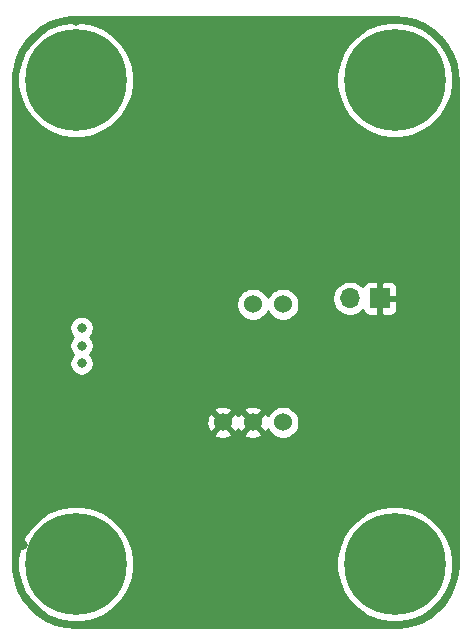
<source format=gbr>
G04 #@! TF.GenerationSoftware,KiCad,Pcbnew,5.1.6-c6e7f7d~87~ubuntu18.04.1*
G04 #@! TF.CreationDate,2021-01-11T12:45:55+00:00*
G04 #@! TF.ProjectId,vary_resistance,76617279-5f72-4657-9369-7374616e6365,rev?*
G04 #@! TF.SameCoordinates,Original*
G04 #@! TF.FileFunction,Copper,L2,Inr*
G04 #@! TF.FilePolarity,Positive*
%FSLAX46Y46*%
G04 Gerber Fmt 4.6, Leading zero omitted, Abs format (unit mm)*
G04 Created by KiCad (PCBNEW 5.1.6-c6e7f7d~87~ubuntu18.04.1) date 2021-01-11 12:45:55*
%MOMM*%
%LPD*%
G01*
G04 APERTURE LIST*
G04 #@! TA.AperFunction,ViaPad*
%ADD10C,0.900000*%
G04 #@! TD*
G04 #@! TA.AperFunction,ViaPad*
%ADD11C,8.600000*%
G04 #@! TD*
G04 #@! TA.AperFunction,ViaPad*
%ADD12O,1.700000X1.700000*%
G04 #@! TD*
G04 #@! TA.AperFunction,ViaPad*
%ADD13R,1.700000X1.700000*%
G04 #@! TD*
G04 #@! TA.AperFunction,ViaPad*
%ADD14C,1.524000*%
G04 #@! TD*
G04 #@! TA.AperFunction,ViaPad*
%ADD15C,0.800000*%
G04 #@! TD*
G04 #@! TA.AperFunction,Conductor*
%ADD16C,0.254000*%
G04 #@! TD*
G04 APERTURE END LIST*
D10*
X169280419Y-94719581D03*
X167000000Y-93775000D03*
X164719581Y-94719581D03*
X163775000Y-97000000D03*
X164719581Y-99280419D03*
X167000000Y-100225000D03*
X169280419Y-99280419D03*
X170225000Y-97000000D03*
D11*
X167000000Y-97000000D03*
D10*
X196280419Y-94719581D03*
X194000000Y-93775000D03*
X191719581Y-94719581D03*
X190775000Y-97000000D03*
X191719581Y-99280419D03*
X194000000Y-100225000D03*
X196280419Y-99280419D03*
X197225000Y-97000000D03*
D11*
X194000000Y-97000000D03*
D12*
X190210000Y-74500000D03*
D13*
X192750000Y-74500000D03*
D14*
X184540000Y-75000000D03*
X182000000Y-75000000D03*
X184540000Y-85000000D03*
X182000000Y-85000000D03*
X179460000Y-85000000D03*
D10*
X169280419Y-53719581D03*
X167000000Y-52775000D03*
X164719581Y-53719581D03*
X163775000Y-56000000D03*
X164719581Y-58280419D03*
X167000000Y-59225000D03*
X169280419Y-58280419D03*
X170225000Y-56000000D03*
D11*
X167000000Y-56000000D03*
D10*
X196280419Y-53719581D03*
X194000000Y-52775000D03*
X191719581Y-53719581D03*
X190775000Y-56000000D03*
X191719581Y-58280419D03*
X194000000Y-59225000D03*
X196280419Y-58280419D03*
X197225000Y-56000000D03*
D11*
X194000000Y-56000000D03*
D15*
X180000000Y-101000000D03*
X176000000Y-101000000D03*
X174000000Y-101000000D03*
X178000000Y-101000000D03*
X172000000Y-101000000D03*
X184000000Y-101000000D03*
X182000000Y-101000000D03*
X186000000Y-101000000D03*
X188000000Y-101000000D03*
X162500000Y-91370000D03*
X162500000Y-95370000D03*
X162500000Y-93370000D03*
X162500000Y-85500000D03*
X162500000Y-89370000D03*
X162500000Y-87370000D03*
X199000000Y-75000000D03*
X199000000Y-77000000D03*
X199000000Y-79000000D03*
X199000000Y-73000000D03*
X199000000Y-61000000D03*
X199000000Y-59000000D03*
X190000000Y-51000000D03*
X171000000Y-51000000D03*
X173000000Y-51000000D03*
X167000000Y-51000000D03*
X169000000Y-51000000D03*
X163000000Y-60000000D03*
X163000000Y-62000000D03*
X163000000Y-64000000D03*
X163000000Y-66000000D03*
X163000000Y-70000000D03*
X163000000Y-68000000D03*
X192000000Y-51000000D03*
X199000000Y-81000000D03*
X199000000Y-91000000D03*
X188000000Y-51000000D03*
X186000000Y-51000000D03*
X199000000Y-71000000D03*
X199000000Y-69000000D03*
X199000000Y-67000000D03*
X199000000Y-65000000D03*
X199000000Y-63000000D03*
X172000000Y-64500000D03*
X167750000Y-74250000D03*
X167750000Y-82750000D03*
X176000000Y-74500000D03*
X176250000Y-76500000D03*
X179500000Y-71500000D03*
X182000000Y-80500000D03*
X193500000Y-80750000D03*
X193500000Y-89250000D03*
X192250000Y-78250000D03*
X173750000Y-52500000D03*
X189750000Y-91250000D03*
X190750000Y-91250000D03*
X199000000Y-92750000D03*
X167500000Y-77000000D03*
X167500000Y-78500000D03*
X167500000Y-80000000D03*
D16*
G36*
X194871797Y-50733902D02*
G01*
X195720182Y-50947001D01*
X196522371Y-51295803D01*
X197256818Y-51770938D01*
X197903798Y-52359646D01*
X198445946Y-53046125D01*
X198868692Y-53811928D01*
X199160684Y-54636491D01*
X199316116Y-55509076D01*
X199340001Y-56015568D01*
X199340000Y-96972911D01*
X199266098Y-97871802D01*
X199052999Y-98720180D01*
X198704197Y-99522371D01*
X198229062Y-100256818D01*
X197640354Y-100903799D01*
X196953875Y-101445946D01*
X196188076Y-101868691D01*
X195363514Y-102160683D01*
X194490925Y-102316116D01*
X193984453Y-102340000D01*
X167027089Y-102340000D01*
X166128198Y-102266098D01*
X165279820Y-102052999D01*
X164477629Y-101704197D01*
X163743182Y-101229062D01*
X163096201Y-100640354D01*
X162554054Y-99953875D01*
X162131309Y-99188076D01*
X161839317Y-98363514D01*
X161683884Y-97490925D01*
X161660000Y-96984453D01*
X161660000Y-96513945D01*
X162065000Y-96513945D01*
X162065000Y-97486055D01*
X162254650Y-98439486D01*
X162626660Y-99337599D01*
X163166735Y-100145879D01*
X163854121Y-100833265D01*
X164662401Y-101373340D01*
X165560514Y-101745350D01*
X166513945Y-101935000D01*
X167486055Y-101935000D01*
X168439486Y-101745350D01*
X169337599Y-101373340D01*
X170145879Y-100833265D01*
X170833265Y-100145879D01*
X171373340Y-99337599D01*
X171745350Y-98439486D01*
X171935000Y-97486055D01*
X171935000Y-96513945D01*
X189065000Y-96513945D01*
X189065000Y-97486055D01*
X189254650Y-98439486D01*
X189626660Y-99337599D01*
X190166735Y-100145879D01*
X190854121Y-100833265D01*
X191662401Y-101373340D01*
X192560514Y-101745350D01*
X193513945Y-101935000D01*
X194486055Y-101935000D01*
X195439486Y-101745350D01*
X196337599Y-101373340D01*
X197145879Y-100833265D01*
X197833265Y-100145879D01*
X198373340Y-99337599D01*
X198745350Y-98439486D01*
X198935000Y-97486055D01*
X198935000Y-96513945D01*
X198745350Y-95560514D01*
X198373340Y-94662401D01*
X197833265Y-93854121D01*
X197145879Y-93166735D01*
X196337599Y-92626660D01*
X195439486Y-92254650D01*
X194486055Y-92065000D01*
X193513945Y-92065000D01*
X192560514Y-92254650D01*
X191662401Y-92626660D01*
X190854121Y-93166735D01*
X190166735Y-93854121D01*
X189626660Y-94662401D01*
X189254650Y-95560514D01*
X189065000Y-96513945D01*
X171935000Y-96513945D01*
X171745350Y-95560514D01*
X171373340Y-94662401D01*
X170833265Y-93854121D01*
X170145879Y-93166735D01*
X169337599Y-92626660D01*
X168439486Y-92254650D01*
X167486055Y-92065000D01*
X166513945Y-92065000D01*
X165560514Y-92254650D01*
X164662401Y-92626660D01*
X163854121Y-93166735D01*
X163166735Y-93854121D01*
X162626660Y-94662401D01*
X162254650Y-95560514D01*
X162065000Y-96513945D01*
X161660000Y-96513945D01*
X161660000Y-85965565D01*
X178674040Y-85965565D01*
X178741020Y-86205656D01*
X178990048Y-86322756D01*
X179257135Y-86389023D01*
X179532017Y-86401910D01*
X179804133Y-86360922D01*
X180063023Y-86267636D01*
X180178980Y-86205656D01*
X180245960Y-85965565D01*
X181214040Y-85965565D01*
X181281020Y-86205656D01*
X181530048Y-86322756D01*
X181797135Y-86389023D01*
X182072017Y-86401910D01*
X182344133Y-86360922D01*
X182603023Y-86267636D01*
X182718980Y-86205656D01*
X182785960Y-85965565D01*
X182000000Y-85179605D01*
X181214040Y-85965565D01*
X180245960Y-85965565D01*
X179460000Y-85179605D01*
X178674040Y-85965565D01*
X161660000Y-85965565D01*
X161660000Y-85072017D01*
X178058090Y-85072017D01*
X178099078Y-85344133D01*
X178192364Y-85603023D01*
X178254344Y-85718980D01*
X178494435Y-85785960D01*
X179280395Y-85000000D01*
X179639605Y-85000000D01*
X180425565Y-85785960D01*
X180665656Y-85718980D01*
X180727079Y-85588356D01*
X180732364Y-85603023D01*
X180794344Y-85718980D01*
X181034435Y-85785960D01*
X181820395Y-85000000D01*
X182179605Y-85000000D01*
X182965565Y-85785960D01*
X183205656Y-85718980D01*
X183269485Y-85583240D01*
X183301995Y-85661727D01*
X183454880Y-85890535D01*
X183649465Y-86085120D01*
X183878273Y-86238005D01*
X184132510Y-86343314D01*
X184402408Y-86397000D01*
X184677592Y-86397000D01*
X184947490Y-86343314D01*
X185201727Y-86238005D01*
X185430535Y-86085120D01*
X185625120Y-85890535D01*
X185778005Y-85661727D01*
X185883314Y-85407490D01*
X185937000Y-85137592D01*
X185937000Y-84862408D01*
X185883314Y-84592510D01*
X185778005Y-84338273D01*
X185625120Y-84109465D01*
X185430535Y-83914880D01*
X185201727Y-83761995D01*
X184947490Y-83656686D01*
X184677592Y-83603000D01*
X184402408Y-83603000D01*
X184132510Y-83656686D01*
X183878273Y-83761995D01*
X183649465Y-83914880D01*
X183454880Y-84109465D01*
X183301995Y-84338273D01*
X183272308Y-84409943D01*
X183267636Y-84396977D01*
X183205656Y-84281020D01*
X182965565Y-84214040D01*
X182179605Y-85000000D01*
X181820395Y-85000000D01*
X181034435Y-84214040D01*
X180794344Y-84281020D01*
X180732921Y-84411644D01*
X180727636Y-84396977D01*
X180665656Y-84281020D01*
X180425565Y-84214040D01*
X179639605Y-85000000D01*
X179280395Y-85000000D01*
X178494435Y-84214040D01*
X178254344Y-84281020D01*
X178137244Y-84530048D01*
X178070977Y-84797135D01*
X178058090Y-85072017D01*
X161660000Y-85072017D01*
X161660000Y-84034435D01*
X178674040Y-84034435D01*
X179460000Y-84820395D01*
X180245960Y-84034435D01*
X181214040Y-84034435D01*
X182000000Y-84820395D01*
X182785960Y-84034435D01*
X182718980Y-83794344D01*
X182469952Y-83677244D01*
X182202865Y-83610977D01*
X181927983Y-83598090D01*
X181655867Y-83639078D01*
X181396977Y-83732364D01*
X181281020Y-83794344D01*
X181214040Y-84034435D01*
X180245960Y-84034435D01*
X180178980Y-83794344D01*
X179929952Y-83677244D01*
X179662865Y-83610977D01*
X179387983Y-83598090D01*
X179115867Y-83639078D01*
X178856977Y-83732364D01*
X178741020Y-83794344D01*
X178674040Y-84034435D01*
X161660000Y-84034435D01*
X161660000Y-76898061D01*
X166465000Y-76898061D01*
X166465000Y-77101939D01*
X166504774Y-77301898D01*
X166582795Y-77490256D01*
X166696063Y-77659774D01*
X166786289Y-77750000D01*
X166696063Y-77840226D01*
X166582795Y-78009744D01*
X166504774Y-78198102D01*
X166465000Y-78398061D01*
X166465000Y-78601939D01*
X166504774Y-78801898D01*
X166582795Y-78990256D01*
X166696063Y-79159774D01*
X166786289Y-79250000D01*
X166696063Y-79340226D01*
X166582795Y-79509744D01*
X166504774Y-79698102D01*
X166465000Y-79898061D01*
X166465000Y-80101939D01*
X166504774Y-80301898D01*
X166582795Y-80490256D01*
X166696063Y-80659774D01*
X166840226Y-80803937D01*
X167009744Y-80917205D01*
X167198102Y-80995226D01*
X167398061Y-81035000D01*
X167601939Y-81035000D01*
X167801898Y-80995226D01*
X167990256Y-80917205D01*
X168159774Y-80803937D01*
X168303937Y-80659774D01*
X168417205Y-80490256D01*
X168495226Y-80301898D01*
X168535000Y-80101939D01*
X168535000Y-79898061D01*
X168495226Y-79698102D01*
X168417205Y-79509744D01*
X168303937Y-79340226D01*
X168213711Y-79250000D01*
X168303937Y-79159774D01*
X168417205Y-78990256D01*
X168495226Y-78801898D01*
X168535000Y-78601939D01*
X168535000Y-78398061D01*
X168495226Y-78198102D01*
X168417205Y-78009744D01*
X168303937Y-77840226D01*
X168213711Y-77750000D01*
X168303937Y-77659774D01*
X168417205Y-77490256D01*
X168495226Y-77301898D01*
X168535000Y-77101939D01*
X168535000Y-76898061D01*
X168495226Y-76698102D01*
X168417205Y-76509744D01*
X168303937Y-76340226D01*
X168159774Y-76196063D01*
X167990256Y-76082795D01*
X167801898Y-76004774D01*
X167601939Y-75965000D01*
X167398061Y-75965000D01*
X167198102Y-76004774D01*
X167009744Y-76082795D01*
X166840226Y-76196063D01*
X166696063Y-76340226D01*
X166582795Y-76509744D01*
X166504774Y-76698102D01*
X166465000Y-76898061D01*
X161660000Y-76898061D01*
X161660000Y-74862408D01*
X180603000Y-74862408D01*
X180603000Y-75137592D01*
X180656686Y-75407490D01*
X180761995Y-75661727D01*
X180914880Y-75890535D01*
X181109465Y-76085120D01*
X181338273Y-76238005D01*
X181592510Y-76343314D01*
X181862408Y-76397000D01*
X182137592Y-76397000D01*
X182407490Y-76343314D01*
X182661727Y-76238005D01*
X182890535Y-76085120D01*
X183085120Y-75890535D01*
X183238005Y-75661727D01*
X183270000Y-75584485D01*
X183301995Y-75661727D01*
X183454880Y-75890535D01*
X183649465Y-76085120D01*
X183878273Y-76238005D01*
X184132510Y-76343314D01*
X184402408Y-76397000D01*
X184677592Y-76397000D01*
X184947490Y-76343314D01*
X185201727Y-76238005D01*
X185430535Y-76085120D01*
X185625120Y-75890535D01*
X185778005Y-75661727D01*
X185883314Y-75407490D01*
X185937000Y-75137592D01*
X185937000Y-74862408D01*
X185883314Y-74592510D01*
X185784412Y-74353740D01*
X188725000Y-74353740D01*
X188725000Y-74646260D01*
X188782068Y-74933158D01*
X188894010Y-75203411D01*
X189056525Y-75446632D01*
X189263368Y-75653475D01*
X189506589Y-75815990D01*
X189776842Y-75927932D01*
X190063740Y-75985000D01*
X190356260Y-75985000D01*
X190643158Y-75927932D01*
X190913411Y-75815990D01*
X191156632Y-75653475D01*
X191288487Y-75521620D01*
X191310498Y-75594180D01*
X191369463Y-75704494D01*
X191448815Y-75801185D01*
X191545506Y-75880537D01*
X191655820Y-75939502D01*
X191775518Y-75975812D01*
X191900000Y-75988072D01*
X192464250Y-75985000D01*
X192623000Y-75826250D01*
X192623000Y-74627000D01*
X192877000Y-74627000D01*
X192877000Y-75826250D01*
X193035750Y-75985000D01*
X193600000Y-75988072D01*
X193724482Y-75975812D01*
X193844180Y-75939502D01*
X193954494Y-75880537D01*
X194051185Y-75801185D01*
X194130537Y-75704494D01*
X194189502Y-75594180D01*
X194225812Y-75474482D01*
X194238072Y-75350000D01*
X194235000Y-74785750D01*
X194076250Y-74627000D01*
X192877000Y-74627000D01*
X192623000Y-74627000D01*
X192603000Y-74627000D01*
X192603000Y-74373000D01*
X192623000Y-74373000D01*
X192623000Y-73173750D01*
X192877000Y-73173750D01*
X192877000Y-74373000D01*
X194076250Y-74373000D01*
X194235000Y-74214250D01*
X194238072Y-73650000D01*
X194225812Y-73525518D01*
X194189502Y-73405820D01*
X194130537Y-73295506D01*
X194051185Y-73198815D01*
X193954494Y-73119463D01*
X193844180Y-73060498D01*
X193724482Y-73024188D01*
X193600000Y-73011928D01*
X193035750Y-73015000D01*
X192877000Y-73173750D01*
X192623000Y-73173750D01*
X192464250Y-73015000D01*
X191900000Y-73011928D01*
X191775518Y-73024188D01*
X191655820Y-73060498D01*
X191545506Y-73119463D01*
X191448815Y-73198815D01*
X191369463Y-73295506D01*
X191310498Y-73405820D01*
X191288487Y-73478380D01*
X191156632Y-73346525D01*
X190913411Y-73184010D01*
X190643158Y-73072068D01*
X190356260Y-73015000D01*
X190063740Y-73015000D01*
X189776842Y-73072068D01*
X189506589Y-73184010D01*
X189263368Y-73346525D01*
X189056525Y-73553368D01*
X188894010Y-73796589D01*
X188782068Y-74066842D01*
X188725000Y-74353740D01*
X185784412Y-74353740D01*
X185778005Y-74338273D01*
X185625120Y-74109465D01*
X185430535Y-73914880D01*
X185201727Y-73761995D01*
X184947490Y-73656686D01*
X184677592Y-73603000D01*
X184402408Y-73603000D01*
X184132510Y-73656686D01*
X183878273Y-73761995D01*
X183649465Y-73914880D01*
X183454880Y-74109465D01*
X183301995Y-74338273D01*
X183270000Y-74415515D01*
X183238005Y-74338273D01*
X183085120Y-74109465D01*
X182890535Y-73914880D01*
X182661727Y-73761995D01*
X182407490Y-73656686D01*
X182137592Y-73603000D01*
X181862408Y-73603000D01*
X181592510Y-73656686D01*
X181338273Y-73761995D01*
X181109465Y-73914880D01*
X180914880Y-74109465D01*
X180761995Y-74338273D01*
X180656686Y-74592510D01*
X180603000Y-74862408D01*
X161660000Y-74862408D01*
X161660000Y-56027089D01*
X161702188Y-55513945D01*
X162065000Y-55513945D01*
X162065000Y-56486055D01*
X162254650Y-57439486D01*
X162626660Y-58337599D01*
X163166735Y-59145879D01*
X163854121Y-59833265D01*
X164662401Y-60373340D01*
X165560514Y-60745350D01*
X166513945Y-60935000D01*
X167486055Y-60935000D01*
X168439486Y-60745350D01*
X169337599Y-60373340D01*
X170145879Y-59833265D01*
X170833265Y-59145879D01*
X171373340Y-58337599D01*
X171745350Y-57439486D01*
X171935000Y-56486055D01*
X171935000Y-55513945D01*
X189065000Y-55513945D01*
X189065000Y-56486055D01*
X189254650Y-57439486D01*
X189626660Y-58337599D01*
X190166735Y-59145879D01*
X190854121Y-59833265D01*
X191662401Y-60373340D01*
X192560514Y-60745350D01*
X193513945Y-60935000D01*
X194486055Y-60935000D01*
X195439486Y-60745350D01*
X196337599Y-60373340D01*
X197145879Y-59833265D01*
X197833265Y-59145879D01*
X198373340Y-58337599D01*
X198745350Y-57439486D01*
X198935000Y-56486055D01*
X198935000Y-55513945D01*
X198745350Y-54560514D01*
X198373340Y-53662401D01*
X197833265Y-52854121D01*
X197145879Y-52166735D01*
X196337599Y-51626660D01*
X195439486Y-51254650D01*
X194486055Y-51065000D01*
X193513945Y-51065000D01*
X192560514Y-51254650D01*
X191662401Y-51626660D01*
X190854121Y-52166735D01*
X190166735Y-52854121D01*
X189626660Y-53662401D01*
X189254650Y-54560514D01*
X189065000Y-55513945D01*
X171935000Y-55513945D01*
X171745350Y-54560514D01*
X171373340Y-53662401D01*
X170833265Y-52854121D01*
X170145879Y-52166735D01*
X169337599Y-51626660D01*
X168439486Y-51254650D01*
X167486055Y-51065000D01*
X166513945Y-51065000D01*
X165560514Y-51254650D01*
X164662401Y-51626660D01*
X163854121Y-52166735D01*
X163166735Y-52854121D01*
X162626660Y-53662401D01*
X162254650Y-54560514D01*
X162065000Y-55513945D01*
X161702188Y-55513945D01*
X161733902Y-55128203D01*
X161947001Y-54279818D01*
X162295803Y-53477629D01*
X162770938Y-52743182D01*
X163359646Y-52096202D01*
X164046125Y-51554054D01*
X164811928Y-51131308D01*
X165636491Y-50839316D01*
X166509076Y-50683884D01*
X167015547Y-50660000D01*
X193972911Y-50660000D01*
X194871797Y-50733902D01*
G37*
X194871797Y-50733902D02*
X195720182Y-50947001D01*
X196522371Y-51295803D01*
X197256818Y-51770938D01*
X197903798Y-52359646D01*
X198445946Y-53046125D01*
X198868692Y-53811928D01*
X199160684Y-54636491D01*
X199316116Y-55509076D01*
X199340001Y-56015568D01*
X199340000Y-96972911D01*
X199266098Y-97871802D01*
X199052999Y-98720180D01*
X198704197Y-99522371D01*
X198229062Y-100256818D01*
X197640354Y-100903799D01*
X196953875Y-101445946D01*
X196188076Y-101868691D01*
X195363514Y-102160683D01*
X194490925Y-102316116D01*
X193984453Y-102340000D01*
X167027089Y-102340000D01*
X166128198Y-102266098D01*
X165279820Y-102052999D01*
X164477629Y-101704197D01*
X163743182Y-101229062D01*
X163096201Y-100640354D01*
X162554054Y-99953875D01*
X162131309Y-99188076D01*
X161839317Y-98363514D01*
X161683884Y-97490925D01*
X161660000Y-96984453D01*
X161660000Y-96513945D01*
X162065000Y-96513945D01*
X162065000Y-97486055D01*
X162254650Y-98439486D01*
X162626660Y-99337599D01*
X163166735Y-100145879D01*
X163854121Y-100833265D01*
X164662401Y-101373340D01*
X165560514Y-101745350D01*
X166513945Y-101935000D01*
X167486055Y-101935000D01*
X168439486Y-101745350D01*
X169337599Y-101373340D01*
X170145879Y-100833265D01*
X170833265Y-100145879D01*
X171373340Y-99337599D01*
X171745350Y-98439486D01*
X171935000Y-97486055D01*
X171935000Y-96513945D01*
X189065000Y-96513945D01*
X189065000Y-97486055D01*
X189254650Y-98439486D01*
X189626660Y-99337599D01*
X190166735Y-100145879D01*
X190854121Y-100833265D01*
X191662401Y-101373340D01*
X192560514Y-101745350D01*
X193513945Y-101935000D01*
X194486055Y-101935000D01*
X195439486Y-101745350D01*
X196337599Y-101373340D01*
X197145879Y-100833265D01*
X197833265Y-100145879D01*
X198373340Y-99337599D01*
X198745350Y-98439486D01*
X198935000Y-97486055D01*
X198935000Y-96513945D01*
X198745350Y-95560514D01*
X198373340Y-94662401D01*
X197833265Y-93854121D01*
X197145879Y-93166735D01*
X196337599Y-92626660D01*
X195439486Y-92254650D01*
X194486055Y-92065000D01*
X193513945Y-92065000D01*
X192560514Y-92254650D01*
X191662401Y-92626660D01*
X190854121Y-93166735D01*
X190166735Y-93854121D01*
X189626660Y-94662401D01*
X189254650Y-95560514D01*
X189065000Y-96513945D01*
X171935000Y-96513945D01*
X171745350Y-95560514D01*
X171373340Y-94662401D01*
X170833265Y-93854121D01*
X170145879Y-93166735D01*
X169337599Y-92626660D01*
X168439486Y-92254650D01*
X167486055Y-92065000D01*
X166513945Y-92065000D01*
X165560514Y-92254650D01*
X164662401Y-92626660D01*
X163854121Y-93166735D01*
X163166735Y-93854121D01*
X162626660Y-94662401D01*
X162254650Y-95560514D01*
X162065000Y-96513945D01*
X161660000Y-96513945D01*
X161660000Y-85965565D01*
X178674040Y-85965565D01*
X178741020Y-86205656D01*
X178990048Y-86322756D01*
X179257135Y-86389023D01*
X179532017Y-86401910D01*
X179804133Y-86360922D01*
X180063023Y-86267636D01*
X180178980Y-86205656D01*
X180245960Y-85965565D01*
X181214040Y-85965565D01*
X181281020Y-86205656D01*
X181530048Y-86322756D01*
X181797135Y-86389023D01*
X182072017Y-86401910D01*
X182344133Y-86360922D01*
X182603023Y-86267636D01*
X182718980Y-86205656D01*
X182785960Y-85965565D01*
X182000000Y-85179605D01*
X181214040Y-85965565D01*
X180245960Y-85965565D01*
X179460000Y-85179605D01*
X178674040Y-85965565D01*
X161660000Y-85965565D01*
X161660000Y-85072017D01*
X178058090Y-85072017D01*
X178099078Y-85344133D01*
X178192364Y-85603023D01*
X178254344Y-85718980D01*
X178494435Y-85785960D01*
X179280395Y-85000000D01*
X179639605Y-85000000D01*
X180425565Y-85785960D01*
X180665656Y-85718980D01*
X180727079Y-85588356D01*
X180732364Y-85603023D01*
X180794344Y-85718980D01*
X181034435Y-85785960D01*
X181820395Y-85000000D01*
X182179605Y-85000000D01*
X182965565Y-85785960D01*
X183205656Y-85718980D01*
X183269485Y-85583240D01*
X183301995Y-85661727D01*
X183454880Y-85890535D01*
X183649465Y-86085120D01*
X183878273Y-86238005D01*
X184132510Y-86343314D01*
X184402408Y-86397000D01*
X184677592Y-86397000D01*
X184947490Y-86343314D01*
X185201727Y-86238005D01*
X185430535Y-86085120D01*
X185625120Y-85890535D01*
X185778005Y-85661727D01*
X185883314Y-85407490D01*
X185937000Y-85137592D01*
X185937000Y-84862408D01*
X185883314Y-84592510D01*
X185778005Y-84338273D01*
X185625120Y-84109465D01*
X185430535Y-83914880D01*
X185201727Y-83761995D01*
X184947490Y-83656686D01*
X184677592Y-83603000D01*
X184402408Y-83603000D01*
X184132510Y-83656686D01*
X183878273Y-83761995D01*
X183649465Y-83914880D01*
X183454880Y-84109465D01*
X183301995Y-84338273D01*
X183272308Y-84409943D01*
X183267636Y-84396977D01*
X183205656Y-84281020D01*
X182965565Y-84214040D01*
X182179605Y-85000000D01*
X181820395Y-85000000D01*
X181034435Y-84214040D01*
X180794344Y-84281020D01*
X180732921Y-84411644D01*
X180727636Y-84396977D01*
X180665656Y-84281020D01*
X180425565Y-84214040D01*
X179639605Y-85000000D01*
X179280395Y-85000000D01*
X178494435Y-84214040D01*
X178254344Y-84281020D01*
X178137244Y-84530048D01*
X178070977Y-84797135D01*
X178058090Y-85072017D01*
X161660000Y-85072017D01*
X161660000Y-84034435D01*
X178674040Y-84034435D01*
X179460000Y-84820395D01*
X180245960Y-84034435D01*
X181214040Y-84034435D01*
X182000000Y-84820395D01*
X182785960Y-84034435D01*
X182718980Y-83794344D01*
X182469952Y-83677244D01*
X182202865Y-83610977D01*
X181927983Y-83598090D01*
X181655867Y-83639078D01*
X181396977Y-83732364D01*
X181281020Y-83794344D01*
X181214040Y-84034435D01*
X180245960Y-84034435D01*
X180178980Y-83794344D01*
X179929952Y-83677244D01*
X179662865Y-83610977D01*
X179387983Y-83598090D01*
X179115867Y-83639078D01*
X178856977Y-83732364D01*
X178741020Y-83794344D01*
X178674040Y-84034435D01*
X161660000Y-84034435D01*
X161660000Y-76898061D01*
X166465000Y-76898061D01*
X166465000Y-77101939D01*
X166504774Y-77301898D01*
X166582795Y-77490256D01*
X166696063Y-77659774D01*
X166786289Y-77750000D01*
X166696063Y-77840226D01*
X166582795Y-78009744D01*
X166504774Y-78198102D01*
X166465000Y-78398061D01*
X166465000Y-78601939D01*
X166504774Y-78801898D01*
X166582795Y-78990256D01*
X166696063Y-79159774D01*
X166786289Y-79250000D01*
X166696063Y-79340226D01*
X166582795Y-79509744D01*
X166504774Y-79698102D01*
X166465000Y-79898061D01*
X166465000Y-80101939D01*
X166504774Y-80301898D01*
X166582795Y-80490256D01*
X166696063Y-80659774D01*
X166840226Y-80803937D01*
X167009744Y-80917205D01*
X167198102Y-80995226D01*
X167398061Y-81035000D01*
X167601939Y-81035000D01*
X167801898Y-80995226D01*
X167990256Y-80917205D01*
X168159774Y-80803937D01*
X168303937Y-80659774D01*
X168417205Y-80490256D01*
X168495226Y-80301898D01*
X168535000Y-80101939D01*
X168535000Y-79898061D01*
X168495226Y-79698102D01*
X168417205Y-79509744D01*
X168303937Y-79340226D01*
X168213711Y-79250000D01*
X168303937Y-79159774D01*
X168417205Y-78990256D01*
X168495226Y-78801898D01*
X168535000Y-78601939D01*
X168535000Y-78398061D01*
X168495226Y-78198102D01*
X168417205Y-78009744D01*
X168303937Y-77840226D01*
X168213711Y-77750000D01*
X168303937Y-77659774D01*
X168417205Y-77490256D01*
X168495226Y-77301898D01*
X168535000Y-77101939D01*
X168535000Y-76898061D01*
X168495226Y-76698102D01*
X168417205Y-76509744D01*
X168303937Y-76340226D01*
X168159774Y-76196063D01*
X167990256Y-76082795D01*
X167801898Y-76004774D01*
X167601939Y-75965000D01*
X167398061Y-75965000D01*
X167198102Y-76004774D01*
X167009744Y-76082795D01*
X166840226Y-76196063D01*
X166696063Y-76340226D01*
X166582795Y-76509744D01*
X166504774Y-76698102D01*
X166465000Y-76898061D01*
X161660000Y-76898061D01*
X161660000Y-74862408D01*
X180603000Y-74862408D01*
X180603000Y-75137592D01*
X180656686Y-75407490D01*
X180761995Y-75661727D01*
X180914880Y-75890535D01*
X181109465Y-76085120D01*
X181338273Y-76238005D01*
X181592510Y-76343314D01*
X181862408Y-76397000D01*
X182137592Y-76397000D01*
X182407490Y-76343314D01*
X182661727Y-76238005D01*
X182890535Y-76085120D01*
X183085120Y-75890535D01*
X183238005Y-75661727D01*
X183270000Y-75584485D01*
X183301995Y-75661727D01*
X183454880Y-75890535D01*
X183649465Y-76085120D01*
X183878273Y-76238005D01*
X184132510Y-76343314D01*
X184402408Y-76397000D01*
X184677592Y-76397000D01*
X184947490Y-76343314D01*
X185201727Y-76238005D01*
X185430535Y-76085120D01*
X185625120Y-75890535D01*
X185778005Y-75661727D01*
X185883314Y-75407490D01*
X185937000Y-75137592D01*
X185937000Y-74862408D01*
X185883314Y-74592510D01*
X185784412Y-74353740D01*
X188725000Y-74353740D01*
X188725000Y-74646260D01*
X188782068Y-74933158D01*
X188894010Y-75203411D01*
X189056525Y-75446632D01*
X189263368Y-75653475D01*
X189506589Y-75815990D01*
X189776842Y-75927932D01*
X190063740Y-75985000D01*
X190356260Y-75985000D01*
X190643158Y-75927932D01*
X190913411Y-75815990D01*
X191156632Y-75653475D01*
X191288487Y-75521620D01*
X191310498Y-75594180D01*
X191369463Y-75704494D01*
X191448815Y-75801185D01*
X191545506Y-75880537D01*
X191655820Y-75939502D01*
X191775518Y-75975812D01*
X191900000Y-75988072D01*
X192464250Y-75985000D01*
X192623000Y-75826250D01*
X192623000Y-74627000D01*
X192877000Y-74627000D01*
X192877000Y-75826250D01*
X193035750Y-75985000D01*
X193600000Y-75988072D01*
X193724482Y-75975812D01*
X193844180Y-75939502D01*
X193954494Y-75880537D01*
X194051185Y-75801185D01*
X194130537Y-75704494D01*
X194189502Y-75594180D01*
X194225812Y-75474482D01*
X194238072Y-75350000D01*
X194235000Y-74785750D01*
X194076250Y-74627000D01*
X192877000Y-74627000D01*
X192623000Y-74627000D01*
X192603000Y-74627000D01*
X192603000Y-74373000D01*
X192623000Y-74373000D01*
X192623000Y-73173750D01*
X192877000Y-73173750D01*
X192877000Y-74373000D01*
X194076250Y-74373000D01*
X194235000Y-74214250D01*
X194238072Y-73650000D01*
X194225812Y-73525518D01*
X194189502Y-73405820D01*
X194130537Y-73295506D01*
X194051185Y-73198815D01*
X193954494Y-73119463D01*
X193844180Y-73060498D01*
X193724482Y-73024188D01*
X193600000Y-73011928D01*
X193035750Y-73015000D01*
X192877000Y-73173750D01*
X192623000Y-73173750D01*
X192464250Y-73015000D01*
X191900000Y-73011928D01*
X191775518Y-73024188D01*
X191655820Y-73060498D01*
X191545506Y-73119463D01*
X191448815Y-73198815D01*
X191369463Y-73295506D01*
X191310498Y-73405820D01*
X191288487Y-73478380D01*
X191156632Y-73346525D01*
X190913411Y-73184010D01*
X190643158Y-73072068D01*
X190356260Y-73015000D01*
X190063740Y-73015000D01*
X189776842Y-73072068D01*
X189506589Y-73184010D01*
X189263368Y-73346525D01*
X189056525Y-73553368D01*
X188894010Y-73796589D01*
X188782068Y-74066842D01*
X188725000Y-74353740D01*
X185784412Y-74353740D01*
X185778005Y-74338273D01*
X185625120Y-74109465D01*
X185430535Y-73914880D01*
X185201727Y-73761995D01*
X184947490Y-73656686D01*
X184677592Y-73603000D01*
X184402408Y-73603000D01*
X184132510Y-73656686D01*
X183878273Y-73761995D01*
X183649465Y-73914880D01*
X183454880Y-74109465D01*
X183301995Y-74338273D01*
X183270000Y-74415515D01*
X183238005Y-74338273D01*
X183085120Y-74109465D01*
X182890535Y-73914880D01*
X182661727Y-73761995D01*
X182407490Y-73656686D01*
X182137592Y-73603000D01*
X181862408Y-73603000D01*
X181592510Y-73656686D01*
X181338273Y-73761995D01*
X181109465Y-73914880D01*
X180914880Y-74109465D01*
X180761995Y-74338273D01*
X180656686Y-74592510D01*
X180603000Y-74862408D01*
X161660000Y-74862408D01*
X161660000Y-56027089D01*
X161702188Y-55513945D01*
X162065000Y-55513945D01*
X162065000Y-56486055D01*
X162254650Y-57439486D01*
X162626660Y-58337599D01*
X163166735Y-59145879D01*
X163854121Y-59833265D01*
X164662401Y-60373340D01*
X165560514Y-60745350D01*
X166513945Y-60935000D01*
X167486055Y-60935000D01*
X168439486Y-60745350D01*
X169337599Y-60373340D01*
X170145879Y-59833265D01*
X170833265Y-59145879D01*
X171373340Y-58337599D01*
X171745350Y-57439486D01*
X171935000Y-56486055D01*
X171935000Y-55513945D01*
X189065000Y-55513945D01*
X189065000Y-56486055D01*
X189254650Y-57439486D01*
X189626660Y-58337599D01*
X190166735Y-59145879D01*
X190854121Y-59833265D01*
X191662401Y-60373340D01*
X192560514Y-60745350D01*
X193513945Y-60935000D01*
X194486055Y-60935000D01*
X195439486Y-60745350D01*
X196337599Y-60373340D01*
X197145879Y-59833265D01*
X197833265Y-59145879D01*
X198373340Y-58337599D01*
X198745350Y-57439486D01*
X198935000Y-56486055D01*
X198935000Y-55513945D01*
X198745350Y-54560514D01*
X198373340Y-53662401D01*
X197833265Y-52854121D01*
X197145879Y-52166735D01*
X196337599Y-51626660D01*
X195439486Y-51254650D01*
X194486055Y-51065000D01*
X193513945Y-51065000D01*
X192560514Y-51254650D01*
X191662401Y-51626660D01*
X190854121Y-52166735D01*
X190166735Y-52854121D01*
X189626660Y-53662401D01*
X189254650Y-54560514D01*
X189065000Y-55513945D01*
X171935000Y-55513945D01*
X171745350Y-54560514D01*
X171373340Y-53662401D01*
X170833265Y-52854121D01*
X170145879Y-52166735D01*
X169337599Y-51626660D01*
X168439486Y-51254650D01*
X167486055Y-51065000D01*
X166513945Y-51065000D01*
X165560514Y-51254650D01*
X164662401Y-51626660D01*
X163854121Y-52166735D01*
X163166735Y-52854121D01*
X162626660Y-53662401D01*
X162254650Y-54560514D01*
X162065000Y-55513945D01*
X161702188Y-55513945D01*
X161733902Y-55128203D01*
X161947001Y-54279818D01*
X162295803Y-53477629D01*
X162770938Y-52743182D01*
X163359646Y-52096202D01*
X164046125Y-51554054D01*
X164811928Y-51131308D01*
X165636491Y-50839316D01*
X166509076Y-50683884D01*
X167015547Y-50660000D01*
X193972911Y-50660000D01*
X194871797Y-50733902D01*
M02*

</source>
